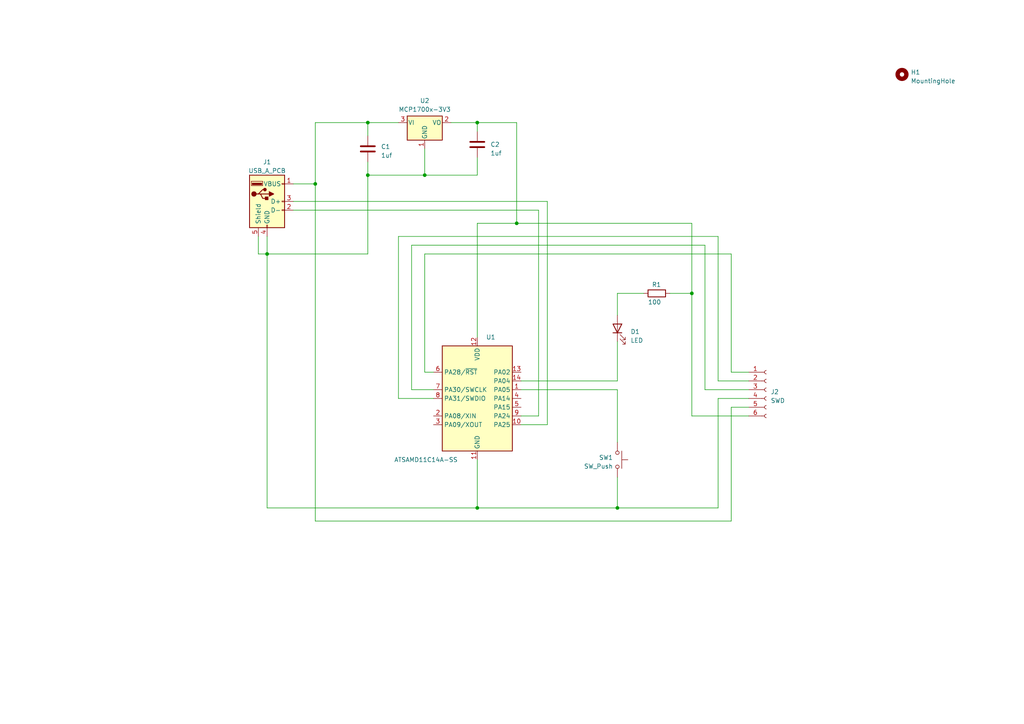
<source format=kicad_sch>
(kicad_sch (version 20230121) (generator eeschema)
  (paper "A4")
  (title_block (title "Proditor") (date "2023-05-23") (rev "A"))
  (lib_symbols
    (symbol "Connector:Conn_01x06_Socket" (pin_names (offset 1.016) hide)
      (property "Reference" "J" (at 0 7.62 0))
      (property "Value" "Conn_01x06_Socket" (at 0 -10.16 0))
      (symbol "Conn_01x06_Socket_1_1"
        (arc (start 0 -7.112) (mid -0.5058 -7.62) (end 0 -8.128) (stroke (width 0.1524)))
        (arc (start 0 -4.572) (mid -0.5058 -5.08) (end 0 -5.588) (stroke (width 0.1524)))
        (arc (start 0 -2.032) (mid -0.5058 -2.54) (end 0 -3.048) (stroke (width 0.1524)))
        (polyline (pts (xy -1.27 -7.62) (xy -0.508 -7.62)) (stroke (width 0.1524)))
        (polyline (pts (xy -1.27 -5.08) (xy -0.508 -5.08)) (stroke (width 0.1524)))
        (polyline (pts (xy -1.27 -2.54) (xy -0.508 -2.54)) (stroke (width 0.1524)))
        (polyline (pts (xy -1.27 0) (xy -0.508 0)) (stroke (width 0.1524)))
        (polyline (pts (xy -1.27 2.54) (xy -0.508 2.54)) (stroke (width 0.1524)))
        (polyline (pts (xy -1.27 5.08) (xy -0.508 5.08)) (stroke (width 0.1524)))
        (arc (start 0 0.508) (mid -0.5058 0) (end 0 -0.508) (stroke (width 0.1524)))
        (arc (start 0 3.048) (mid -0.5058 2.54) (end 0 2.032) (stroke (width 0.1524)))
        (arc (start 0 5.588) (mid -0.5058 5.08) (end 0 4.572) (stroke (width 0.1524)))
        (pin passive line (at -5.08 5.08 0) (length 3.81) (name "Pin_1") (number "1"))
        (pin passive line (at -5.08 2.54 0) (length 3.81) (name "Pin_2") (number "2"))
        (pin passive line (at -5.08 0 0) (length 3.81) (name "Pin_3") (number "3"))
        (pin passive line (at -5.08 -2.54 0) (length 3.81) (name "Pin_4") (number "4"))
        (pin passive line (at -5.08 -5.08 0) (length 3.81) (name "Pin_5") (number "5"))
        (pin passive line (at -5.08 -7.62 0) (length 3.81) (name "Pin_6") (number "6"))
      )
    )
    (symbol "Connector:USB_A" (pin_names (offset 1.016))
      (property "Reference" "J" (at -5.08 11.43 0))
      (property "Value" "USB_A" (at -5.08 8.89 0))
      (symbol "USB_A_0_1"
        (rectangle (start -5.08 -7.62) (end 5.08 7.62) (stroke (width 0.254)) (fill (type background)))
        (circle (center -3.81 2.159) (radius 0.635) (stroke (width 0.254)) (fill (type outline)))
        (rectangle (start -1.524 4.826) (end -4.318 5.334) (fill (type outline)))
        (rectangle (start -1.27 4.572) (end -4.572 5.842))
        (circle (center -0.635 3.429) (radius 0.381) (stroke (width 0.254)) (fill (type outline)))
        (rectangle (start -0.127 -7.62) (end 0.127 -6.858))
        (polyline (pts (xy -3.175 2.159) (xy -2.54 2.159) (xy -1.27 3.429) (xy -0.635 3.429)) (stroke (width 0.254)))
        (polyline (pts (xy -2.54 2.159) (xy -1.905 2.159) (xy -1.27 0.889) (xy 0 0.889)) (stroke (width 0.254)))
        (polyline (pts (xy 0.635 2.794) (xy 0.635 1.524) (xy 1.905 2.159) (xy 0.635 2.794)) (stroke (width 0.254)) (fill (type outline)))
        (rectangle (start 0.254 1.27) (end -0.508 0.508) (stroke (width 0.254)) (fill (type outline)))
        (rectangle (start 5.08 -2.667) (end 4.318 -2.413))
        (rectangle (start 5.08 -0.127) (end 4.318 0.127))
        (rectangle (start 5.08 4.953) (end 4.318 5.207))
      )
      (symbol "USB_A_1_1"
        (polyline (pts (xy -1.905 2.159) (xy 0.635 2.159)) (stroke (width 0.254)))
        (pin power_in line (at 7.62 5.08 180) (length 2.54) (name "VBUS") (number "1"))
        (pin bidirectional line (at 7.62 -2.54 180) (length 2.54) (name "D-") (number "2"))
        (pin bidirectional line (at 7.62 0 180) (length 2.54) (name "D+") (number "3"))
        (pin power_in line (at 0 -10.16 90) (length 2.54) (name "GND") (number "4"))
        (pin passive line (at -2.54 -10.16 90) (length 2.54) (name "Shield") (number "5"))
      )
    )
    (symbol "Device:C" (pin_numbers hide) (pin_names (offset 0.254))
      (property "Reference" "C" (at 0.635 2.54 0))
      (property "Value" "C" (at 0.635 -2.54 0))
      (symbol "C_0_1"
        (polyline (pts (xy -2.032 -0.762) (xy 2.032 -0.762)) (stroke (width 0.508)))
        (polyline (pts (xy -2.032 0.762) (xy 2.032 0.762)) (stroke (width 0.508)))
      )
      (symbol "C_1_1"
        (pin passive line (at 0 3.81 270) (length 2.794) (name "~") (number "1"))
        (pin passive line (at 0 -3.81 90) (length 2.794) (name "~") (number "2"))
      )
    )
    (symbol "Device:LED" (pin_numbers hide) (pin_names (offset 1.016) hide)
      (property "Reference" "D" (at 0 2.54 0))
      (property "Value" "LED" (at 0 -2.54 0))
      (symbol "LED_0_1"
        (polyline (pts (xy -1.27 -1.27) (xy -1.27 1.27)) (stroke (width 0.254)))
        (polyline (pts (xy -1.27 0) (xy 1.27 0)))
        (polyline (pts (xy 1.27 -1.27) (xy 1.27 1.27) (xy -1.27 0) (xy 1.27 -1.27)) (stroke (width 0.254)))
        (polyline (pts (xy -3.048 -0.762) (xy -4.572 -2.286) (xy -3.81 -2.286) (xy -4.572 -2.286) (xy -4.572 -1.524)))
        (polyline (pts (xy -1.778 -0.762) (xy -3.302 -2.286) (xy -2.54 -2.286) (xy -3.302 -2.286) (xy -3.302 -1.524)))
      )
      (symbol "LED_1_1"
        (pin passive line (at -3.81 0 0) (length 2.54) (name "K") (number "1"))
        (pin passive line (at 3.81 0 180) (length 2.54) (name "A") (number "2"))
      )
    )
    (symbol "Device:R" (pin_numbers hide) (pin_names (offset 0))
      (property "Reference" "R" (at 2.032 0 90))
      (property "Value" "R" (at 0 0 90))
      (symbol "R_0_1"
        (rectangle (start -1.016 -2.54) (end 1.016 2.54) (stroke (width 0.254)))
      )
      (symbol "R_1_1"
        (pin passive line (at 0 3.81 270) (length 1.27) (name "~") (number "1"))
        (pin passive line (at 0 -3.81 90) (length 1.27) (name "~") (number "2"))
      )
    )
    (symbol "MCU_Microchip_SAMD:ATSAMD11C14A-SS"
      (property "Reference" "U" (at -10.16 16.51 0))
      (property "Value" "ATSAMD11C14A-SS" (at 1.27 16.51 0))
      (symbol "ATSAMD11C14A-SS_0_1"
        (rectangle (start -10.16 15.24) (end 10.16 -15.24) (stroke (width 0.254)) (fill (type background)))
      )
      (symbol "ATSAMD11C14A-SS_1_1"
        (pin bidirectional line (at 12.7 2.54 180) (length 2.54) (name "PA05") (number "1"))
        (pin bidirectional line (at 12.7 -7.62 180) (length 2.54) (name "PA25") (number "10"))
        (pin power_in line (at 0 -17.78 90) (length 2.54) (name "GND") (number "11"))
        (pin power_in line (at 0 17.78 270) (length 2.54) (name "VDD") (number "12"))
        (pin bidirectional line (at 12.7 7.62 180) (length 2.54) (name "PA02") (number "13"))
        (pin bidirectional line (at 12.7 5.08 180) (length 2.54) (name "PA04") (number "14"))
        (pin bidirectional line (at -12.7 -5.08 0) (length 2.54) (name "PA08/XIN") (number "2"))
        (pin bidirectional line (at -12.7 -7.62 0) (length 2.54) (name "PA09/XOUT") (number "3"))
        (pin bidirectional line (at 12.7 0 180) (length 2.54) (name "PA14") (number "4"))
        (pin bidirectional line (at 12.7 -2.54 180) (length 2.54) (name "PA15") (number "5"))
        (pin bidirectional line (at -12.7 7.62 0) (length 2.54) (name "PA28/~{RST}") (number "6"))
        (pin bidirectional line (at -12.7 2.54 0) (length 2.54) (name "PA30/SWCLK") (number "7"))
        (pin bidirectional line (at -12.7 0 0) (length 2.54) (name "PA31/SWDIO") (number "8"))
        (pin bidirectional line (at 12.7 -5.08 180) (length 2.54) (name "PA24") (number "9"))
      )
    )
    (symbol "Mechanical:MountingHole" (pin_names (offset 1.016))
      (property "Reference" "H" (at 0 5.08 0))
      (property "Value" "MountingHole" (at 0 3.175 0))
      (symbol "MountingHole_0_1"
        (circle (center 0 0) (radius 1.27) (stroke (width 1.27)))
      )
    )
    (symbol "Regulator_Linear:MCP1700x-120xxTT" (pin_names (offset 0.254))
      (property "Reference" "U" (at -3.81 3.175 0))
      (property "Value" "MCP1700x-120xxTT" (at 0 3.175 0))
      (symbol "MCP1700x-120xxTT_0_1"
        (rectangle (start -5.08 1.905) (end 5.08 -5.08) (stroke (width 0.254)) (fill (type background)))
      )
      (symbol "MCP1700x-120xxTT_1_1"
        (pin power_in line (at 0 -7.62 90) (length 2.54) (name "GND") (number "1"))
        (pin power_out line (at 7.62 0 180) (length 2.54) (name "VO") (number "2"))
        (pin power_in line (at -7.62 0 0) (length 2.54) (name "VI") (number "3"))
      )
    )
    (symbol "Switch:SW_Push" (pin_numbers hide) (pin_names (offset 1.016) hide)
      (property "Reference" "SW" (at 1.27 2.54 0))
      (property "Value" "SW_Push" (at 0 -1.524 0))
      (symbol "SW_Push_0_1"
        (circle (center -2.032 0) (radius 0.508))
        (polyline (pts (xy 0 1.27) (xy 0 3.048)))
        (polyline (pts (xy 2.54 1.27) (xy -2.54 1.27)))
        (circle (center 2.032 0) (radius 0.508))
        (pin passive line (at -5.08 0 0) (length 2.54) (name "1") (number "1"))
        (pin passive line (at 5.08 0 180) (length 2.54) (name "2") (number "2"))
      )
    )
  )
  (junction (at 138.43 35.56))
  (junction (at 91.44 53.34))
  (junction (at 200.66 85.09))
  (junction (at 123.19 50.8))
  (junction (at 106.68 35.56))
  (junction (at 138.43 147.32))
  (junction (at 149.86 64.77))
  (junction (at 106.68 50.8))
  (junction (at 77.47 73.66))
  (junction (at 179.07 147.32))
  (wire (pts (xy 119.38 113.03) (xy 119.38 71.12)))
  (wire (pts (xy 106.68 35.56) (xy 106.68 39.37)))
  (wire (pts (xy 138.43 38.1) (xy 138.43 35.56)))
  (wire (pts (xy 200.66 64.77) (xy 200.66 85.09)))
  (wire (pts (xy 85.09 53.34) (xy 91.44 53.34)))
  (wire (pts (xy 200.66 85.09) (xy 200.66 120.65)))
  (wire (pts (xy 208.28 68.58) (xy 208.28 110.49)))
  (wire (pts (xy 130.81 35.56) (xy 138.43 35.56)))
  (wire (pts (xy 149.86 35.56) (xy 149.86 64.77)))
  (wire (pts (xy 91.44 53.34) (xy 91.44 151.13)))
  (wire (pts (xy 208.28 115.57) (xy 208.28 147.32)))
  (wire (pts (xy 106.68 35.56) (xy 115.57 35.56)))
  (wire (pts (xy 138.43 45.72) (xy 138.43 50.8)))
  (wire (pts (xy 200.66 120.65) (xy 217.17 120.65)))
  (wire (pts (xy 115.57 115.57) (xy 115.57 68.58)))
  (wire (pts (xy 115.57 68.58) (xy 208.28 68.58)))
  (wire (pts (xy 217.17 115.57) (xy 208.28 115.57)))
  (wire (pts (xy 125.73 113.03) (xy 119.38 113.03)))
  (wire (pts (xy 106.68 50.8) (xy 106.68 73.66)))
  (wire (pts (xy 138.43 64.77) (xy 149.86 64.77)))
  (wire (pts (xy 123.19 107.95) (xy 123.19 73.66)))
  (wire (pts (xy 179.07 85.09) (xy 186.69 85.09)))
  (wire (pts (xy 208.28 110.49) (xy 217.17 110.49)))
  (wire (pts (xy 125.73 115.57) (xy 115.57 115.57)))
  (wire (pts (xy 151.13 120.65) (xy 156.21 120.65)))
  (wire (pts (xy 151.13 123.19) (xy 158.75 123.19)))
  (wire (pts (xy 179.07 91.44) (xy 179.07 85.09)))
  (wire (pts (xy 212.09 118.11) (xy 212.09 151.13)))
  (wire (pts (xy 138.43 64.77) (xy 138.43 97.79)))
  (wire (pts (xy 123.19 107.95) (xy 125.73 107.95)))
  (wire (pts (xy 119.38 71.12) (xy 204.47 71.12)))
  (wire (pts (xy 179.07 113.03) (xy 151.13 113.03)))
  (wire (pts (xy 123.19 43.18) (xy 123.19 50.8)))
  (wire (pts (xy 204.47 113.03) (xy 217.17 113.03)))
  (wire (pts (xy 158.75 58.42) (xy 158.75 123.19)))
  (wire (pts (xy 77.47 73.66) (xy 77.47 68.58)))
  (wire (pts (xy 138.43 35.56) (xy 149.86 35.56)))
  (wire (pts (xy 85.09 58.42) (xy 158.75 58.42)))
  (wire (pts (xy 106.68 50.8) (xy 123.19 50.8)))
  (wire (pts (xy 138.43 133.35) (xy 138.43 147.32)))
  (wire (pts (xy 77.47 147.32) (xy 77.47 73.66)))
  (wire (pts (xy 212.09 118.11) (xy 217.17 118.11)))
  (wire (pts (xy 212.09 73.66) (xy 212.09 107.95)))
  (wire (pts (xy 204.47 71.12) (xy 204.47 113.03)))
  (wire (pts (xy 194.31 85.09) (xy 200.66 85.09)))
  (wire (pts (xy 77.47 73.66) (xy 74.93 73.66)))
  (wire (pts (xy 106.68 73.66) (xy 77.47 73.66)))
  (wire (pts (xy 138.43 147.32) (xy 179.07 147.32)))
  (wire (pts (xy 151.13 110.49) (xy 179.07 110.49)))
  (wire (pts (xy 156.21 60.96) (xy 85.09 60.96)))
  (wire (pts (xy 74.93 73.66) (xy 74.93 68.58)))
  (wire (pts (xy 91.44 35.56) (xy 106.68 35.56)))
  (wire (pts (xy 212.09 107.95) (xy 217.17 107.95)))
  (wire (pts (xy 179.07 110.49) (xy 179.07 99.06)))
  (wire (pts (xy 91.44 151.13) (xy 212.09 151.13)))
  (wire (pts (xy 91.44 53.34) (xy 91.44 35.56)))
  (wire (pts (xy 179.07 138.43) (xy 179.07 147.32)))
  (wire (pts (xy 179.07 113.03) (xy 179.07 128.27)))
  (wire (pts (xy 138.43 147.32) (xy 77.47 147.32)))
  (wire (pts (xy 106.68 50.8) (xy 106.68 46.99)))
  (wire (pts (xy 123.19 50.8) (xy 138.43 50.8)))
  (wire (pts (xy 123.19 73.66) (xy 212.09 73.66)))
  (wire (pts (xy 156.21 120.65) (xy 156.21 60.96)))
  (wire (pts (xy 179.07 147.32) (xy 208.28 147.32)))
  (wire (pts (xy 149.86 64.77) (xy 200.66 64.77)))
  (symbol (lib_id "Device:LED") (at 179.07 95.25 90) (unit 1)
    (property "Reference" "D1" (at 182.88 96.2025 90) (effects (justify right)))
    (property "Value" "LED" (at 182.88 98.7425 90) (effects (justify right)))
    (property "Footprint" "Proditor:LED_0603_1608Metric_Mod" (effects hide))
  )
  (symbol (lib_id "Device:R") (at 190.5 85.09 90) (unit 1)
    (property "Reference" "R1" (at 191.77 82.55 90) (effects (justify left)))
    (property "Value" "100" (at 191.77 87.63 90) (effects (justify left)))
    (property "Footprint" "Resistor_SMD:R_0603_1608Metric" (effects hide))
  )
  (symbol (lib_id "Connector:Conn_01x06_Socket") (at 222.25 113.03 0) (unit 1)
    (property "Reference" "J2" (at 223.52 113.665 0) (effects (justify left)))
    (property "Value" "SWD" (at 223.52 116.205 0) (effects (justify left)))
    (property "Footprint" "Proditor:PinHeader_1x06_P1.27mm_Vertical_Via0.4mm" (effects hide))
  )
  (symbol (lib_id "Regulator_Linear:MCP1700x-120xxTT") (at 123.19 35.56 0) (unit 1)
    (property "Reference" "U2" (at 123.19 29.21 0))
    (property "Value" "MCP1700x-3V3" (at 123.19 31.75 0))
    (property "Footprint" "Package_TO_SOT_SMD:SOT-23" (effects hide))
    (property "Datasheet" "http://ww1.microchip.com/downloads/en/DeviceDoc/20001826D.pdf" (effects hide))
  )
  (symbol (lib_id "MCU_Microchip_SAMD:ATSAMD11C14A-SS") (at 138.43 115.57 0) (unit 1)
    (property "Reference" "U1" (at 140.97 97.79 0) (effects (justify left)))
    (property "Value" "ATSAMD11C14A-SS" (at 114.3 133.35 0) (effects (justify left)))
    (property "Footprint" "Package_SO:SOIC-14_3.9x8.7mm_P1.27mm" (effects hide))
    (property "Datasheet" "http://ww1.microchip.com/downloads/en/DeviceDoc/Atmel-42363-SAM-D11_Datasheet.pdf" (effects hide))
  )
  (symbol (lib_id "Device:C") (at 138.43 41.91 0) (unit 1)
    (property "Reference" "C2" (at 142.24 41.91 0) (effects (justify left)))
    (property "Value" "1uf" (at 142.24 44.45 0) (effects (justify left)))
    (property "Footprint" "Capacitor_SMD:C_0603_1608Metric" (effects hide))
  )
  (symbol (lib_id "Mechanical:MountingHole") (at 261.62 21.59 0) (unit 1)
    (property "Reference" "H1" (at 264.16 20.955 0) (effects (justify left)))
    (property "Value" "MountingHole" (at 264.16 23.495 0) (effects (justify left)))
    (property "Footprint" "MountingHole:MountingHole_3mm" (effects hide))
  )
  (symbol (lib_id "Switch:SW_Push") (at 179.07 133.35 270) (mirror x) (unit 1)
    (property "Reference" "SW1" (at 177.8 132.715 90) (effects (justify right)))
    (property "Value" "SW_Push" (at 177.8 135.255 90) (effects (justify right)))
    (property "Footprint" "Proditor:SW_SPST_EVQQ2_GND" (effects hide))
  )
  (symbol (lib_id "Connector:USB_A") (at 77.47 58.42 0) (unit 1)
    (property "Reference" "J1" (at 77.47 46.99 0))
    (property "Value" "USB_A_PCB" (at 77.47 49.53 0))
    (property "Footprint" "Proditor:USB-PCB" (effects hide))
    (property "Datasheet" " ~" (effects hide))
  )
  (symbol (lib_id "Device:C") (at 106.68 43.18 0) (unit 1)
    (property "Reference" "C1" (at 110.49 42.545 0) (effects (justify left)))
    (property "Value" "1uf" (at 110.49 45.085 0) (effects (justify left)))
    (property "Footprint" "Capacitor_SMD:C_0603_1608Metric" (effects hide))
  )
)
</source>
